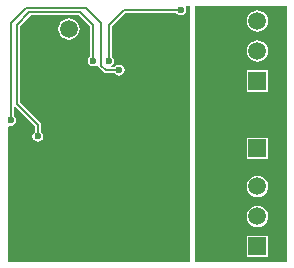
<source format=gbl>
%FSAX44Y44*%
%MOMM*%
G71*
G01*
G75*
G04 Layer_Physical_Order=2*
G04 Layer_Color=16711680*
%ADD10R,0.9000X1.0000*%
%ADD11R,1.5000X0.6000*%
%ADD12R,1.0000X0.9000*%
%ADD13R,1.1000X0.6500*%
%ADD14R,1.0000X1.0000*%
%ADD15R,1.0000X1.0000*%
%ADD16R,0.6000X1.5000*%
%ADD17R,1.5000X1.3000*%
G04:AMPARAMS|DCode=18|XSize=1.32mm|YSize=1.68mm|CornerRadius=0.066mm|HoleSize=0mm|Usage=FLASHONLY|Rotation=90.000|XOffset=0mm|YOffset=0mm|HoleType=Round|Shape=RoundedRectangle|*
%AMROUNDEDRECTD18*
21,1,1.3200,1.5480,0,0,90.0*
21,1,1.1880,1.6800,0,0,90.0*
1,1,0.1320,0.7740,0.5940*
1,1,0.1320,0.7740,-0.5940*
1,1,0.1320,-0.7740,-0.5940*
1,1,0.1320,-0.7740,0.5940*
%
%ADD18ROUNDEDRECTD18*%
%ADD19R,1.8000X1.3000*%
G04:AMPARAMS|DCode=20|XSize=1.6mm|YSize=5.7mm|CornerRadius=0.08mm|HoleSize=0mm|Usage=FLASHONLY|Rotation=0.000|XOffset=0mm|YOffset=0mm|HoleType=Round|Shape=RoundedRectangle|*
%AMROUNDEDRECTD20*
21,1,1.6000,5.5400,0,0,0.0*
21,1,1.4400,5.7000,0,0,0.0*
1,1,0.1600,0.7200,-2.7700*
1,1,0.1600,-0.7200,-2.7700*
1,1,0.1600,-0.7200,2.7700*
1,1,0.1600,0.7200,2.7700*
%
%ADD20ROUNDEDRECTD20*%
%ADD21O,2.0000X0.6000*%
%ADD22R,1.3000X1.5000*%
%ADD23R,0.7000X0.6000*%
%ADD24R,0.7000X0.9000*%
%ADD25C,0.2000*%
%ADD26C,1.0000*%
%ADD27C,0.8000*%
%ADD28C,0.3000*%
%ADD29C,0.6000*%
%ADD30C,1.5000*%
%ADD31R,1.5000X1.5000*%
%ADD32R,1.5000X1.5000*%
%ADD33C,0.6000*%
G36*
X01649000Y00467000D02*
X01571000D01*
Y00683000D01*
X01649000D01*
Y00467000D01*
D02*
G37*
G36*
X01567000D02*
X01413000D01*
Y00581084D01*
X01414178Y00582051D01*
X01415000Y00581887D01*
X01416765Y00582239D01*
X01418262Y00583238D01*
X01419261Y00584735D01*
X01419613Y00586500D01*
X01419261Y00588265D01*
X01418262Y00589762D01*
X01417573Y00590221D01*
Y00597796D01*
X01418981Y00598379D01*
X01435426Y00581934D01*
Y00576721D01*
X01434738Y00576262D01*
X01433739Y00574765D01*
X01433387Y00573000D01*
X01433739Y00571235D01*
X01434738Y00569738D01*
X01436235Y00568739D01*
X01438000Y00568387D01*
X01439765Y00568739D01*
X01441262Y00569738D01*
X01442262Y00571235D01*
X01442613Y00573000D01*
X01442262Y00574765D01*
X01441262Y00576262D01*
X01440573Y00576721D01*
Y00583000D01*
X01440378Y00583985D01*
X01439820Y00584820D01*
X01423097Y00601542D01*
Y00666458D01*
X01432066Y00675426D01*
X01472934D01*
X01482426Y00665934D01*
Y00640721D01*
X01481738Y00640262D01*
X01480739Y00638765D01*
X01480387Y00637000D01*
X01480739Y00635235D01*
X01481738Y00633738D01*
X01483235Y00632738D01*
X01485000Y00632387D01*
X01486765Y00632738D01*
X01486765Y00632738D01*
X01486765Y00632738D01*
X01489415Y00632999D01*
X01489428Y00632994D01*
X01489622Y00632015D01*
X01490180Y00631180D01*
X01494180Y00627180D01*
X01495015Y00626622D01*
X01496000Y00626427D01*
X01503279D01*
X01503738Y00625738D01*
X01505235Y00624739D01*
X01507000Y00624387D01*
X01508765Y00624739D01*
X01510262Y00625738D01*
X01511261Y00627235D01*
X01511613Y00629000D01*
X01511261Y00630765D01*
X01510262Y00632262D01*
X01508765Y00633261D01*
X01507000Y00633613D01*
X01505235Y00633261D01*
X01503738Y00632262D01*
X01503279Y00631573D01*
X01500647D01*
X01500204Y00633032D01*
X01501262Y00633738D01*
X01502262Y00635235D01*
X01502613Y00637000D01*
X01502262Y00638765D01*
X01501262Y00640262D01*
X01500573Y00640721D01*
Y00665934D01*
X01512066Y00677427D01*
X01555279D01*
X01555738Y00676738D01*
X01557235Y00675739D01*
X01559000Y00675387D01*
X01560765Y00675739D01*
X01562262Y00676738D01*
X01563262Y00678235D01*
X01563613Y00680000D01*
X01563262Y00681765D01*
X01563922Y00683000D01*
X01567000D01*
Y00467000D01*
D02*
G37*
%LPC*%
G36*
X01624000Y00539902D02*
X01621644Y00539592D01*
X01619449Y00538682D01*
X01617564Y00537236D01*
X01616118Y00535351D01*
X01615208Y00533156D01*
X01614898Y00530800D01*
X01615208Y00528444D01*
X01616118Y00526249D01*
X01617564Y00524364D01*
X01619449Y00522918D01*
X01621644Y00522008D01*
X01624000Y00521698D01*
X01626356Y00522008D01*
X01628551Y00522918D01*
X01630436Y00524364D01*
X01631882Y00526249D01*
X01632792Y00528444D01*
X01633102Y00530800D01*
X01632792Y00533156D01*
X01631882Y00535351D01*
X01630436Y00537236D01*
X01628551Y00538682D01*
X01626356Y00539592D01*
X01624000Y00539902D01*
D02*
G37*
G36*
Y00514502D02*
X01621644Y00514192D01*
X01619449Y00513282D01*
X01617564Y00511836D01*
X01616118Y00509951D01*
X01615208Y00507756D01*
X01614898Y00505400D01*
X01615208Y00503044D01*
X01616118Y00500849D01*
X01617564Y00498964D01*
X01619449Y00497518D01*
X01621644Y00496608D01*
X01624000Y00496298D01*
X01626356Y00496608D01*
X01628551Y00497518D01*
X01630436Y00498964D01*
X01631882Y00500849D01*
X01632792Y00503044D01*
X01633102Y00505400D01*
X01632792Y00507756D01*
X01631882Y00509951D01*
X01630436Y00511836D01*
X01628551Y00513282D01*
X01626356Y00514192D01*
X01624000Y00514502D01*
D02*
G37*
G36*
X01633024Y00489024D02*
X01614976D01*
Y00470976D01*
X01633024D01*
Y00489024D01*
D02*
G37*
G36*
Y00572024D02*
X01614976D01*
Y00553976D01*
X01633024D01*
Y00572024D01*
D02*
G37*
G36*
X01464400Y00673102D02*
X01462044Y00672792D01*
X01459849Y00671882D01*
X01457964Y00670436D01*
X01456518Y00668551D01*
X01455608Y00666356D01*
X01455298Y00664000D01*
X01455608Y00661644D01*
X01456518Y00659449D01*
X01457964Y00657564D01*
X01459849Y00656118D01*
X01462044Y00655208D01*
X01464400Y00654898D01*
X01466756Y00655208D01*
X01468951Y00656118D01*
X01470836Y00657564D01*
X01472282Y00659449D01*
X01473192Y00661644D01*
X01473502Y00664000D01*
X01473192Y00666356D01*
X01472282Y00668551D01*
X01470836Y00670436D01*
X01468951Y00671882D01*
X01466756Y00672792D01*
X01464400Y00673102D01*
D02*
G37*
G36*
X01624000Y00679902D02*
X01621644Y00679592D01*
X01619449Y00678682D01*
X01617564Y00677236D01*
X01616118Y00675351D01*
X01615208Y00673156D01*
X01614898Y00670800D01*
X01615208Y00668444D01*
X01616118Y00666249D01*
X01617564Y00664364D01*
X01619449Y00662918D01*
X01621644Y00662008D01*
X01624000Y00661698D01*
X01626356Y00662008D01*
X01628551Y00662918D01*
X01630436Y00664364D01*
X01631882Y00666249D01*
X01632792Y00668444D01*
X01633102Y00670800D01*
X01632792Y00673156D01*
X01631882Y00675351D01*
X01630436Y00677236D01*
X01628551Y00678682D01*
X01626356Y00679592D01*
X01624000Y00679902D01*
D02*
G37*
G36*
X01633024Y00629024D02*
X01614976D01*
Y00610976D01*
X01633024D01*
Y00629024D01*
D02*
G37*
G36*
X01624000Y00654502D02*
X01621644Y00654192D01*
X01619449Y00653282D01*
X01617564Y00651836D01*
X01616118Y00649951D01*
X01615208Y00647756D01*
X01614898Y00645400D01*
X01615208Y00643044D01*
X01616118Y00640849D01*
X01617564Y00638964D01*
X01619449Y00637518D01*
X01621644Y00636608D01*
X01624000Y00636298D01*
X01626356Y00636608D01*
X01628551Y00637518D01*
X01630436Y00638964D01*
X01631882Y00640849D01*
X01632792Y00643044D01*
X01633102Y00645400D01*
X01632792Y00647756D01*
X01631882Y00649951D01*
X01630436Y00651836D01*
X01628551Y00653282D01*
X01626356Y00654192D01*
X01624000Y00654502D01*
D02*
G37*
%LPD*%
D25*
X01511000Y00680000D02*
X01559000D01*
X01498000Y00667000D02*
X01511000Y00680000D01*
X01498000Y00637000D02*
Y00667000D01*
X01511000Y00511000D02*
X01555000D01*
X01415000Y00586500D02*
Y00669000D01*
X01428000Y00682000D01*
X01479000D01*
X01492000Y00669000D01*
Y00633000D02*
Y00669000D01*
Y00633000D02*
X01496000Y00629000D01*
X01507000D01*
X01562997Y00548999D02*
X01563000Y00549002D01*
X01485000Y00637000D02*
Y00667000D01*
X01474000Y00678000D02*
X01485000Y00667000D01*
X01431000Y00678000D02*
X01474000D01*
X01420524Y00667524D02*
X01431000Y00678000D01*
X01420524Y00600476D02*
Y00667524D01*
Y00600476D02*
X01438000Y00583000D01*
Y00573000D02*
Y00583000D01*
D26*
X01459000Y00573000D02*
X01482000D01*
X01491000Y00551000D02*
X01501000D01*
X01496000Y00556000D02*
X01506000D01*
X01501000Y00551000D02*
X01511000D01*
X01491000Y00480000D02*
Y00480000D01*
Y00480000D02*
X01496000Y00475000D01*
X01491000Y00480000D02*
X01496000Y00485000D01*
Y00475000D02*
X01506000D01*
X01496000Y00485000D02*
X01506000D01*
X01506000Y00475000D02*
X01511000Y00480000D01*
X01590000Y00603000D02*
Y00610000D01*
X01604600Y00588400D02*
X01624000D01*
X01590000Y00603000D02*
X01604600Y00588400D01*
X01482000Y00573000D02*
X01519000Y00610000D01*
X01486000Y00556000D02*
X01496000D01*
X01481000Y00551000D02*
X01491000D01*
X01459000Y00573000D02*
X01481000Y00551000D01*
X01585000Y00480000D02*
Y00504000D01*
X01579000Y00510000D02*
X01585000Y00504000D01*
X01511000Y00480000D02*
Y00511000D01*
Y00551000D01*
X01585000Y00568800D02*
X01604600Y00588400D01*
X01580000Y00475000D02*
X01585000Y00480000D01*
X01580000Y00475000D02*
X01590000D01*
X01600000D01*
X01585000Y00480000D02*
X01605000D01*
X01600000Y00475000D02*
X01605000Y00480000D01*
X01585000Y00504000D02*
Y00505000D01*
Y00568800D01*
X01439000Y00593000D02*
Y00664000D01*
Y00593000D02*
X01459000Y00573000D01*
D30*
X01624000Y00670800D02*
D03*
Y00645400D02*
D03*
Y00588400D02*
D03*
Y00530800D02*
D03*
Y00505400D02*
D03*
X01464400Y00664000D02*
D03*
D31*
X01624000Y00620000D02*
D03*
Y00563000D02*
D03*
Y00480000D02*
D03*
D32*
X01439000Y00664000D02*
D03*
D33*
X01482000Y00573000D02*
D03*
X01481000Y00551000D02*
D03*
X01491000D02*
D03*
X01501000D02*
D03*
X01511000D02*
D03*
X01486000Y00556000D02*
D03*
X01496000D02*
D03*
X01506000D02*
D03*
X01579000Y00510000D02*
D03*
X01511000Y00480000D02*
D03*
X01501000D02*
D03*
X01491000D02*
D03*
X01496000Y00475000D02*
D03*
X01506000D02*
D03*
Y00485000D02*
D03*
X01496000D02*
D03*
X01590000Y00607000D02*
D03*
X01559000Y00680000D02*
D03*
X01498000Y00637000D02*
D03*
X01485000D02*
D03*
X01585000Y00480000D02*
D03*
X01595000D02*
D03*
X01605000D02*
D03*
X01600000Y00475000D02*
D03*
X01590000D02*
D03*
X01580000D02*
D03*
X01555000Y00511000D02*
D03*
X01415000Y00586500D02*
D03*
X01507000Y00629000D02*
D03*
X01549997Y00596999D02*
D03*
X01585000Y00505000D02*
D03*
X01590000Y00614000D02*
D03*
X01562997Y00548999D02*
D03*
X01438000Y00573000D02*
D03*
X01563680Y00624680D02*
D03*
X01564000Y00632000D02*
D03*
X01590000Y00600000D02*
D03*
X01586000Y00513000D02*
D03*
X01505000Y00570000D02*
D03*
X01517000D02*
D03*
X01529000Y00559000D02*
D03*
X01509000Y00524000D02*
D03*
Y00514000D02*
D03*
X01494000Y00524000D02*
D03*
Y00514000D02*
D03*
X01488000Y00472000D02*
D03*
X01514000D02*
D03*
X01443000Y00629000D02*
D03*
X01447000Y00651000D02*
D03*
X01431000D02*
D03*
X01427000Y00663000D02*
D03*
M02*

</source>
